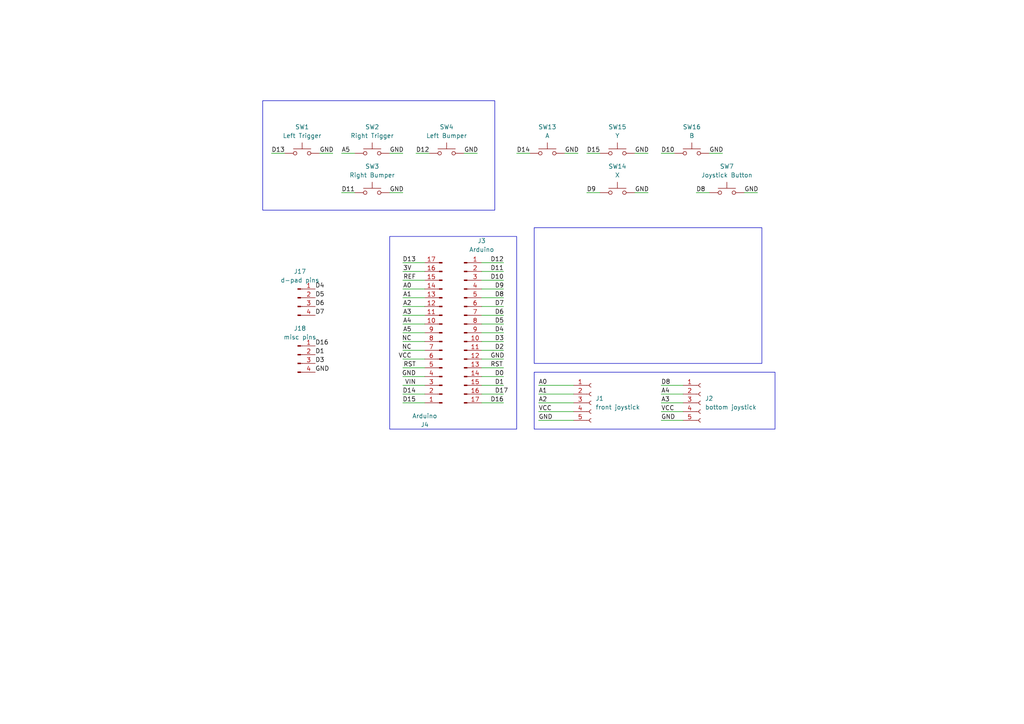
<source format=kicad_sch>
(kicad_sch (version 20231120) (generator "eeschema") (generator_version "8.0")
  (paper "A4")
  (lib_symbols
    (symbol "Connector:Conn_01x04_Pin" (pin_names (offset 1.016) hide)
      (property "Reference" "J" (at 0 5.08 0))
      (property "Value" "Conn_01x04_Pin" (at 0 -7.62 0))
      (symbol "Conn_01x04_Pin_1_1"
        (polyline (pts (xy 1.27 -5.08) (xy 0.8636 -5.08)) (stroke (width 0.1524)))
        (polyline (pts (xy 1.27 -2.54) (xy 0.8636 -2.54)) (stroke (width 0.1524)))
        (polyline (pts (xy 1.27 0) (xy 0.8636 0)) (stroke (width 0.1524)))
        (polyline (pts (xy 1.27 2.54) (xy 0.8636 2.54)) (stroke (width 0.1524)))
        (rectangle (start 0.8636 -4.953) (end 0 -5.207) (stroke (width 0.1524)) (fill (type outline)))
        (rectangle (start 0.8636 -2.413) (end 0 -2.667) (stroke (width 0.1524)) (fill (type outline)))
        (rectangle (start 0.8636 0.127) (end 0 -0.127) (stroke (width 0.1524)) (fill (type outline)))
        (rectangle (start 0.8636 2.667) (end 0 2.413) (stroke (width 0.1524)) (fill (type outline)))
        (pin passive line (at 5.08 2.54 180) (length 3.81) (name "Pin_1") (number "1"))
        (pin passive line (at 5.08 0 180) (length 3.81) (name "Pin_2") (number "2"))
        (pin passive line (at 5.08 -2.54 180) (length 3.81) (name "Pin_3") (number "3"))
        (pin passive line (at 5.08 -5.08 180) (length 3.81) (name "Pin_4") (number "4"))
      )
    )
    (symbol "Connector:Conn_01x05_Socket" (pin_names (offset 1.016) hide)
      (property "Reference" "J" (at 0 7.62 0))
      (property "Value" "Conn_01x05_Socket" (at 0 -7.62 0))
      (symbol "Conn_01x05_Socket_1_1"
        (arc (start 0 -4.572) (mid -0.5058 -5.08) (end 0 -5.588) (stroke (width 0.1524)))
        (arc (start 0 -2.032) (mid -0.5058 -2.54) (end 0 -3.048) (stroke (width 0.1524)))
        (polyline (pts (xy -1.27 -5.08) (xy -0.508 -5.08)) (stroke (width 0.1524)))
        (polyline (pts (xy -1.27 -2.54) (xy -0.508 -2.54)) (stroke (width 0.1524)))
        (polyline (pts (xy -1.27 0) (xy -0.508 0)) (stroke (width 0.1524)))
        (polyline (pts (xy -1.27 2.54) (xy -0.508 2.54)) (stroke (width 0.1524)))
        (polyline (pts (xy -1.27 5.08) (xy -0.508 5.08)) (stroke (width 0.1524)))
        (arc (start 0 0.508) (mid -0.5058 0) (end 0 -0.508) (stroke (width 0.1524)))
        (arc (start 0 3.048) (mid -0.5058 2.54) (end 0 2.032) (stroke (width 0.1524)))
        (arc (start 0 5.588) (mid -0.5058 5.08) (end 0 4.572) (stroke (width 0.1524)))
        (pin passive line (at -5.08 5.08 0) (length 3.81) (name "Pin_1") (number "1"))
        (pin passive line (at -5.08 2.54 0) (length 3.81) (name "Pin_2") (number "2"))
        (pin passive line (at -5.08 0 0) (length 3.81) (name "Pin_3") (number "3"))
        (pin passive line (at -5.08 -2.54 0) (length 3.81) (name "Pin_4") (number "4"))
        (pin passive line (at -5.08 -5.08 0) (length 3.81) (name "Pin_5") (number "5"))
      )
    )
    (symbol "Connector:Conn_01x17_Pin" (pin_names (offset 1.016) hide)
      (property "Reference" "J" (at 0 22.86 0))
      (property "Value" "Conn_01x17_Pin" (at 0 -22.86 0))
      (symbol "Conn_01x17_Pin_1_1"
        (polyline (pts (xy 1.27 -20.32) (xy 0.8636 -20.32)) (stroke (width 0.1524)))
        (polyline (pts (xy 1.27 -17.78) (xy 0.8636 -17.78)) (stroke (width 0.1524)))
        (polyline (pts (xy 1.27 -15.24) (xy 0.8636 -15.24)) (stroke (width 0.1524)))
        (polyline (pts (xy 1.27 -12.7) (xy 0.8636 -12.7)) (stroke (width 0.1524)))
        (polyline (pts (xy 1.27 -10.16) (xy 0.8636 -10.16)) (stroke (width 0.1524)))
        (polyline (pts (xy 1.27 -7.62) (xy 0.8636 -7.62)) (stroke (width 0.1524)))
        (polyline (pts (xy 1.27 -5.08) (xy 0.8636 -5.08)) (stroke (width 0.1524)))
        (polyline (pts (xy 1.27 -2.54) (xy 0.8636 -2.54)) (stroke (width 0.1524)))
        (polyline (pts (xy 1.27 0) (xy 0.8636 0)) (stroke (width 0.1524)))
        (polyline (pts (xy 1.27 2.54) (xy 0.8636 2.54)) (stroke (width 0.1524)))
        (polyline (pts (xy 1.27 5.08) (xy 0.8636 5.08)) (stroke (width 0.1524)))
        (polyline (pts (xy 1.27 7.62) (xy 0.8636 7.62)) (stroke (width 0.1524)))
        (polyline (pts (xy 1.27 10.16) (xy 0.8636 10.16)) (stroke (width 0.1524)))
        (polyline (pts (xy 1.27 12.7) (xy 0.8636 12.7)) (stroke (width 0.1524)))
        (polyline (pts (xy 1.27 15.24) (xy 0.8636 15.24)) (stroke (width 0.1524)))
        (polyline (pts (xy 1.27 17.78) (xy 0.8636 17.78)) (stroke (width 0.1524)))
        (polyline (pts (xy 1.27 20.32) (xy 0.8636 20.32)) (stroke (width 0.1524)))
        (rectangle (start 0.8636 -20.193) (end 0 -20.447) (stroke (width 0.1524)) (fill (type outline)))
        (rectangle (start 0.8636 -17.653) (end 0 -17.907) (stroke (width 0.1524)) (fill (type outline)))
        (rectangle (start 0.8636 -15.113) (end 0 -15.367) (stroke (width 0.1524)) (fill (type outline)))
        (rectangle (start 0.8636 -12.573) (end 0 -12.827) (stroke (width 0.1524)) (fill (type outline)))
        (rectangle (start 0.8636 -10.033) (end 0 -10.287) (stroke (width 0.1524)) (fill (type outline)))
        (rectangle (start 0.8636 -7.493) (end 0 -7.747) (stroke (width 0.1524)) (fill (type outline)))
        (rectangle (start 0.8636 -4.953) (end 0 -5.207) (stroke (width 0.1524)) (fill (type outline)))
        (rectangle (start 0.8636 -2.413) (end 0 -2.667) (stroke (width 0.1524)) (fill (type outline)))
        (rectangle (start 0.8636 0.127) (end 0 -0.127) (stroke (width 0.1524)) (fill (type outline)))
        (rectangle (start 0.8636 2.667) (end 0 2.413) (stroke (width 0.1524)) (fill (type outline)))
        (rectangle (start 0.8636 5.207) (end 0 4.953) (stroke (width 0.1524)) (fill (type outline)))
        (rectangle (start 0.8636 7.747) (end 0 7.493) (stroke (width 0.1524)) (fill (type outline)))
        (rectangle (start 0.8636 10.287) (end 0 10.033) (stroke (width 0.1524)) (fill (type outline)))
        (rectangle (start 0.8636 12.827) (end 0 12.573) (stroke (width 0.1524)) (fill (type outline)))
        (rectangle (start 0.8636 15.367) (end 0 15.113) (stroke (width 0.1524)) (fill (type outline)))
        (rectangle (start 0.8636 17.907) (end 0 17.653) (stroke (width 0.1524)) (fill (type outline)))
        (rectangle (start 0.8636 20.447) (end 0 20.193) (stroke (width 0.1524)) (fill (type outline)))
        (pin passive line (at 5.08 20.32 180) (length 3.81) (name "Pin_1") (number "1"))
        (pin passive line (at 5.08 -2.54 180) (length 3.81) (name "Pin_10") (number "10"))
        (pin passive line (at 5.08 -5.08 180) (length 3.81) (name "Pin_11") (number "11"))
        (pin passive line (at 5.08 -7.62 180) (length 3.81) (name "Pin_12") (number "12"))
        (pin passive line (at 5.08 -10.16 180) (length 3.81) (name "Pin_13") (number "13"))
        (pin passive line (at 5.08 -12.7 180) (length 3.81) (name "Pin_14") (number "14"))
        (pin passive line (at 5.08 -15.24 180) (length 3.81) (name "Pin_15") (number "15"))
        (pin passive line (at 5.08 -17.78 180) (length 3.81) (name "Pin_16") (number "16"))
        (pin passive line (at 5.08 -20.32 180) (length 3.81) (name "Pin_17") (number "17"))
        (pin passive line (at 5.08 17.78 180) (length 3.81) (name "Pin_2") (number "2"))
        (pin passive line (at 5.08 15.24 180) (length 3.81) (name "Pin_3") (number "3"))
        (pin passive line (at 5.08 12.7 180) (length 3.81) (name "Pin_4") (number "4"))
        (pin passive line (at 5.08 10.16 180) (length 3.81) (name "Pin_5") (number "5"))
        (pin passive line (at 5.08 7.62 180) (length 3.81) (name "Pin_6") (number "6"))
        (pin passive line (at 5.08 5.08 180) (length 3.81) (name "Pin_7") (number "7"))
        (pin passive line (at 5.08 2.54 180) (length 3.81) (name "Pin_8") (number "8"))
        (pin passive line (at 5.08 0 180) (length 3.81) (name "Pin_9") (number "9"))
      )
    )
    (symbol "Switch:SW_Push" (pin_numbers hide) (pin_names (offset 1.016) hide)
      (property "Reference" "SW" (at 1.27 2.54 0))
      (property "Value" "SW_Push" (at 0 -1.524 0))
      (symbol "SW_Push_0_1"
        (circle (center -2.032 0) (radius 0.508))
        (polyline (pts (xy 0 1.27) (xy 0 3.048)))
        (polyline (pts (xy 2.54 1.27) (xy -2.54 1.27)))
        (circle (center 2.032 0) (radius 0.508))
        (pin passive line (at -5.08 0 0) (length 2.54) (name "1") (number "1"))
        (pin passive line (at 5.08 0 180) (length 2.54) (name "2") (number "2"))
      )
    )
  )
  (wire (pts (xy 139.7 106.68) (xy 146.05 106.68)))
  (wire (pts (xy 139.7 88.9) (xy 146.05 88.9)))
  (wire (pts (xy 201.93 55.88) (xy 205.74 55.88)))
  (wire (pts (xy 184.15 55.88) (xy 187.96 55.88)))
  (wire (pts (xy 139.7 116.84) (xy 146.05 116.84)))
  (wire (pts (xy 166.37 114.3) (xy 156.21 114.3)))
  (wire (pts (xy 116.84 78.74) (xy 123.19 78.74)))
  (wire (pts (xy 99.06 55.88) (xy 102.87 55.88)))
  (wire (pts (xy 139.7 101.6) (xy 146.05 101.6)))
  (wire (pts (xy 116.84 86.36) (xy 123.19 86.36)))
  (wire (pts (xy 139.7 81.28) (xy 146.05 81.28)))
  (wire (pts (xy 191.77 116.84) (xy 198.12 116.84)))
  (wire (pts (xy 113.03 44.45) (xy 116.84 44.45)))
  (wire (pts (xy 191.77 111.76) (xy 198.12 111.76)))
  (wire (pts (xy 116.84 106.68) (xy 123.19 106.68)))
  (wire (pts (xy 139.7 99.06) (xy 146.05 99.06)))
  (wire (pts (xy 191.77 119.38) (xy 198.12 119.38)))
  (wire (pts (xy 116.84 111.76) (xy 123.19 111.76)))
  (wire (pts (xy 123.19 104.14) (xy 116.84 104.14)))
  (wire (pts (xy 191.77 44.45) (xy 195.58 44.45)))
  (wire (pts (xy 123.19 93.98) (xy 116.84 93.98)))
  (wire (pts (xy 184.15 44.45) (xy 187.96 44.45)))
  (wire (pts (xy 123.19 99.06) (xy 116.84 99.06)))
  (wire (pts (xy 78.74 44.45) (xy 82.55 44.45)))
  (wire (pts (xy 123.19 116.84) (xy 116.84 116.84)))
  (wire (pts (xy 163.83 44.45) (xy 167.64 44.45)))
  (wire (pts (xy 123.19 96.52) (xy 116.84 96.52)))
  (wire (pts (xy 191.77 114.3) (xy 198.12 114.3)))
  (wire (pts (xy 123.19 114.3) (xy 116.84 114.3)))
  (wire (pts (xy 139.7 91.44) (xy 146.05 91.44)))
  (wire (pts (xy 170.18 55.88) (xy 173.99 55.88)))
  (wire (pts (xy 149.86 44.45) (xy 153.67 44.45)))
  (wire (pts (xy 116.84 109.22) (xy 123.19 109.22)))
  (wire (pts (xy 123.19 101.6) (xy 116.84 101.6)))
  (wire (pts (xy 123.19 83.82) (xy 116.84 83.82)))
  (wire (pts (xy 139.7 83.82) (xy 146.05 83.82)))
  (wire (pts (xy 99.06 44.45) (xy 102.87 44.45)))
  (wire (pts (xy 134.62 44.45) (xy 138.43 44.45)))
  (wire (pts (xy 139.7 76.2) (xy 146.05 76.2)))
  (wire (pts (xy 92.71 44.45) (xy 96.52 44.45)))
  (wire (pts (xy 116.84 81.28) (xy 123.19 81.28)))
  (wire (pts (xy 166.37 116.84) (xy 156.21 116.84)))
  (wire (pts (xy 166.37 121.92) (xy 156.21 121.92)))
  (wire (pts (xy 116.84 88.9) (xy 123.19 88.9)))
  (wire (pts (xy 139.7 93.98) (xy 146.05 93.98)))
  (wire (pts (xy 139.7 114.3) (xy 146.05 114.3)))
  (wire (pts (xy 170.18 44.45) (xy 173.99 44.45)))
  (wire (pts (xy 120.65 44.45) (xy 124.46 44.45)))
  (wire (pts (xy 139.7 96.52) (xy 146.05 96.52)))
  (wire (pts (xy 166.37 111.76) (xy 156.21 111.76)))
  (wire (pts (xy 191.77 121.92) (xy 198.12 121.92)))
  (wire (pts (xy 205.74 44.45) (xy 209.55 44.45)))
  (wire (pts (xy 139.7 104.14) (xy 146.05 104.14)))
  (wire (pts (xy 123.19 76.2) (xy 116.84 76.2)))
  (wire (pts (xy 139.7 109.22) (xy 146.05 109.22)))
  (wire (pts (xy 139.7 78.74) (xy 146.05 78.74)))
  (wire (pts (xy 166.37 119.38) (xy 156.21 119.38)))
  (wire (pts (xy 215.9 55.88) (xy 219.71 55.88)))
  (wire (pts (xy 139.7 111.76) (xy 146.05 111.76)))
  (wire (pts (xy 123.19 91.44) (xy 116.84 91.44)))
  (wire (pts (xy 139.7 86.36) (xy 146.05 86.36)))
  (wire (pts (xy 113.03 55.88) (xy 116.84 55.88)))
  (rectangle (start 113.03 68.58) (end 149.86 124.46))
  (rectangle (start 154.94 107.95) (end 224.79 124.46))
  (rectangle (start 76.2 29.21) (end 143.51 60.96))
  (rectangle (start 154.94 66.04) (end 220.98 105.41))
  (label "VCC" (at 119.38 104.14 180))
  (label "D3" (at 91.44 105.41 0))
  (label "D14" (at 149.86 44.45 0))
  (label "GND" (at 215.9 55.88 0))
  (label "D1" (at 143.51 111.76 0))
  (label "D10" (at 142.24 81.28 0))
  (label "GND" (at 184.15 55.88 0))
  (label "A3" (at 191.77 116.84 0))
  (label "GND" (at 163.83 44.45 0))
  (label "D8" (at 191.77 111.76 0))
  (label "A0" (at 156.21 111.76 0))
  (label "GND" (at 156.21 121.92 0))
  (label "RST" (at 142.24 106.68 0))
  (label "D6" (at 143.51 91.44 0))
  (label "VCC" (at 191.77 119.38 0))
  (label "D0" (at 143.51 109.22 0))
  (label "A4" (at 191.77 114.3 0))
  (label "NC" (at 119.38 101.6 180))
  (label "GND" (at 113.03 55.88 0))
  (label "3V" (at 119.38 78.74 180))
  (label "D14" (at 120.65 114.3 180))
  (label "D4" (at 91.44 83.82 0))
  (label "GND" (at 142.24 104.14 0))
  (label "A0" (at 119.38 83.82 180))
  (label "A1" (at 119.38 86.36 180))
  (label "A5" (at 119.38 96.52 180))
  (label "D2" (at 143.51 101.6 0))
  (label "D6" (at 91.44 88.9 0))
  (label "GND" (at 184.15 44.45 0))
  (label "D12" (at 120.65 44.45 0))
  (label "D9" (at 170.18 55.88 0))
  (label "D1" (at 91.44 102.87 0))
  (label "D3" (at 143.51 99.06 0))
  (label "GND" (at 134.62 44.45 0))
  (label "D16" (at 91.44 100.33 0))
  (label "VIN" (at 120.65 111.76 180))
  (label "D7" (at 143.51 88.9 0))
  (label "GND" (at 205.74 44.45 0))
  (label "D13" (at 120.65 76.2 180))
  (label "REF" (at 120.65 81.28 180))
  (label "GND" (at 120.65 109.22 180))
  (label "A4" (at 119.38 93.98 180))
  (label "D5" (at 143.51 93.98 0))
  (label "A3" (at 119.38 91.44 180))
  (label "RST" (at 120.65 106.68 180))
  (label "D8" (at 143.51 86.36 0))
  (label "D9" (at 143.51 83.82 0))
  (label "D7" (at 91.44 91.44 0))
  (label "D13" (at 78.74 44.45 0))
  (label "D8" (at 201.93 55.88 0))
  (label "D16" (at 142.24 116.84 0))
  (label "D12" (at 142.24 76.2 0))
  (label "A2" (at 156.21 116.84 0))
  (label "D10" (at 191.77 44.45 0))
  (label "VCC" (at 156.21 119.38 0))
  (label "D15" (at 120.65 116.84 180))
  (label "A2" (at 119.38 88.9 180))
  (label "GND" (at 191.77 121.92 0))
  (label "D11" (at 99.06 55.88 0))
  (label "GND" (at 113.03 44.45 0))
  (label "D5" (at 91.44 86.36 0))
  (label "D17" (at 143.51 114.3 0))
  (label "D15" (at 170.18 44.45 0))
  (label "D4" (at 143.51 96.52 0))
  (label "D11" (at 142.24 78.74 0))
  (label "GND" (at 91.44 107.95 0))
  (label "NC" (at 119.38 99.06 180))
  (label "A1" (at 156.21 114.3 0))
  (label "GND" (at 92.71 44.45 0))
  (label "A5" (at 99.06 44.45 0))
  (symbol (lib_id "Connector:Conn_01x04_Pin") (at 86.36 102.87 0) (unit 1)
    (property "Reference" "J18" (at 86.995 95.25 0))
    (property "Value" "misc pins" (at 86.995 97.79 0))
    (property "Footprint" "Connector_PinSocket_2.54mm:PinSocket_1x04_P2.54mm_Vertical" (effects (hide yes)))
    (property "Description" "Generic connector, single row, 01x04, script generated" (effects (hide yes)))
  )
  (symbol (lib_id "Connector:Conn_01x17_Pin") (at 134.62 96.52 0) (unit 1)
    (property "Reference" "J3" (at 139.7 69.85 0))
    (property "Value" "Arduino" (at 139.7 72.39 0))
    (property "Footprint" "Connector_PinSocket_2.54mm:PinSocket_1x17_P2.54mm_Vertical" (effects (hide yes)))
  )
  (symbol (lib_id "Connector:Conn_01x05_Socket") (at 203.2 116.84 0) (unit 1)
    (property "Reference" "J2" (at 204.47 115.5699 0) (effects (justify left)))
    (property "Value" "bottom joystick" (at 204.47 118.1099 0) (effects (justify left)))
    (property "Footprint" "Connector_PinSocket_2.54mm:PinSocket_1x05_P2.54mm_Vertical" (effects (hide yes)))
  )
  (symbol (lib_id "Connector:Conn_01x05_Socket") (at 171.45 116.84 0) (unit 1)
    (property "Reference" "J1" (at 172.72 115.5699 0) (effects (justify left)))
    (property "Value" "front joystick" (at 172.72 118.1099 0) (effects (justify left)))
    (property "Footprint" "Connector_PinSocket_2.54mm:PinSocket_1x05_P2.54mm_Vertical" (effects (hide yes)))
  )
  (symbol (lib_id "Switch:SW_Push") (at 87.63 44.45 0) (unit 1)
    (property "Reference" "SW1" (at 87.63 36.83 0))
    (property "Value" "Left Trigger" (at 87.63 39.37 0))
    (property "Footprint" "Downloads:SW_BUTT-2" (effects (hide yes)))
    (property "Description" "Push button switch, generic, two pins" (effects (hide yes)))
  )
  (symbol (lib_id "Switch:SW_Push") (at 107.95 55.88 0) (unit 1)
    (property "Reference" "SW3" (at 107.95 48.26 0))
    (property "Value" "Right Bumper" (at 107.95 50.8 0))
    (property "Footprint" "Downloads:SW_BUTT-2" (effects (hide yes)))
    (property "Description" "Push button switch, generic, two pins" (effects (hide yes)))
  )
  (symbol (lib_id "Switch:SW_Push") (at 158.75 44.45 0) (unit 1)
    (property "Reference" "SW13" (at 158.75 36.83 0))
    (property "Value" "A" (at 158.75 39.37 0))
    (property "Footprint" "Downloads:SW_BUTT-2" (effects (hide yes)))
    (property "Description" "Push button switch, generic, two pins" (effects (hide yes)))
  )
  (symbol (lib_id "Switch:SW_Push") (at 107.95 44.45 0) (unit 1)
    (property "Reference" "SW2" (at 107.95 36.83 0))
    (property "Value" "Right Trigger" (at 107.95 39.37 0))
    (property "Footprint" "Downloads:SW_BUTT-2" (effects (hide yes)))
    (property "Description" "Push button switch, generic, two pins" (effects (hide yes)))
  )
  (symbol (lib_id "Switch:SW_Push") (at 129.54 44.45 0) (unit 1)
    (property "Reference" "SW4" (at 129.54 36.83 0))
    (property "Value" "Left Bumper" (at 129.54 39.37 0))
    (property "Footprint" "Downloads:SW_BUTT-2" (effects (hide yes)))
    (property "Description" "Push button switch, generic, two pins" (effects (hide yes)))
  )
  (symbol (lib_id "Connector:Conn_01x17_Pin") (at 128.27 96.52 180) (unit 1)
    (property "Reference" "J4" (at 123.19 123.19 0))
    (property "Value" "Arduino" (at 123.19 120.65 0))
    (property "Footprint" "Connector_PinSocket_2.54mm:PinSocket_1x17_P2.54mm_Vertical" (effects (hide yes)))
  )
  (symbol (lib_id "Connector:Conn_01x04_Pin") (at 86.36 86.36 0) (unit 1)
    (property "Reference" "J17" (at 86.995 78.74 0))
    (property "Value" "d-pad pins" (at 86.995 81.28 0))
    (property "Footprint" "Connector_PinSocket_2.54mm:PinSocket_1x04_P2.54mm_Vertical" (effects (hide yes)))
    (property "Description" "Generic connector, single row, 01x04, script generated" (effects (hide yes)))
  )
  (symbol (lib_id "Switch:SW_Push") (at 179.07 44.45 0) (unit 1)
    (property "Reference" "SW15" (at 179.07 36.83 0))
    (property "Value" "Y" (at 179.07 39.37 0))
    (property "Footprint" "Downloads:SW_BUTT-2" (effects (hide yes)))
    (property "Description" "Push button switch, generic, two pins" (effects (hide yes)))
  )
  (symbol (lib_id "Switch:SW_Push") (at 210.82 55.88 0) (unit 1)
    (property "Reference" "SW7" (at 210.82 48.26 0))
    (property "Value" "Joystick Button" (at 210.82 50.8 0))
    (property "Footprint" "Downloads:SW_BUTT-2" (effects (hide yes)))
    (property "Description" "Push button switch, generic, two pins" (effects (hide yes)))
  )
  (symbol (lib_id "Switch:SW_Push") (at 200.66 44.45 0) (unit 1)
    (property "Reference" "SW16" (at 200.66 36.83 0))
    (property "Value" "B" (at 200.66 39.37 0))
    (property "Footprint" "Downloads:SW_BUTT-2" (effects (hide yes)))
    (property "Description" "Push button switch, generic, two pins" (effects (hide yes)))
  )
  (symbol (lib_id "Switch:SW_Push") (at 179.07 55.88 0) (unit 1)
    (property "Reference" "SW14" (at 179.07 48.26 0))
    (property "Value" "X" (at 179.07 50.8 0))
    (property "Footprint" "Downloads:SW_BUTT-2" (effects (hide yes)))
    (property "Description" "Push button switch, generic, two pins" (effects (hide yes)))
  )
)
</source>
